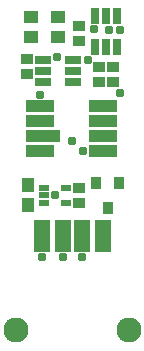
<source format=gts>
G75*
%MOIN*%
%OFA0B0*%
%FSLAX25Y25*%
%IPPOS*%
%LPD*%
%AMOC8*
5,1,8,0,0,1.08239X$1,22.5*
%
%ADD10C,0.08374*%
%ADD11R,0.09358X0.04043*%
%ADD12R,0.11524X0.04043*%
%ADD13R,0.04043X0.03256*%
%ADD14R,0.04831X0.04437*%
%ADD15R,0.02665X0.05224*%
%ADD16R,0.05500X0.10500*%
%ADD17R,0.03650X0.01878*%
%ADD18R,0.04437X0.04831*%
%ADD19R,0.05224X0.02665*%
%ADD20R,0.03650X0.04043*%
%ADD21C,0.03078*%
D10*
X0165333Y0035008D03*
X0202833Y0035008D03*
D11*
X0194365Y0094703D03*
X0194365Y0099624D03*
X0194365Y0104742D03*
X0194365Y0109663D03*
X0173302Y0109663D03*
X0173302Y0104742D03*
X0173302Y0094703D03*
D12*
X0174385Y0099624D03*
D13*
X0186333Y0082492D03*
X0186333Y0077374D03*
X0192833Y0117624D03*
X0197583Y0117624D03*
X0197583Y0122742D03*
X0192833Y0122742D03*
X0186333Y0131374D03*
X0186333Y0136492D03*
X0168833Y0125492D03*
X0168833Y0120374D03*
D14*
X0170333Y0132837D03*
X0179333Y0132837D03*
X0179333Y0139530D03*
X0170333Y0139530D03*
D15*
X0191593Y0139551D03*
X0195333Y0139551D03*
X0199073Y0139551D03*
X0199073Y0129315D03*
X0195333Y0129315D03*
X0191593Y0129315D03*
D16*
X0194333Y0066433D03*
X0187333Y0066433D03*
X0180833Y0066433D03*
X0173833Y0066433D03*
D17*
X0174593Y0077374D03*
X0174593Y0079933D03*
X0174593Y0082492D03*
X0182073Y0082492D03*
X0182073Y0077374D03*
D18*
X0169333Y0076587D03*
X0169333Y0083280D03*
D19*
X0174215Y0117693D03*
X0174215Y0121433D03*
X0174215Y0125173D03*
X0184451Y0125173D03*
X0184451Y0121433D03*
X0184451Y0117693D03*
D20*
X0192093Y0083870D03*
X0199573Y0083870D03*
X0195833Y0075602D03*
D21*
X0178333Y0079933D03*
X0187603Y0094703D03*
X0183833Y0097933D03*
X0173333Y0113433D03*
X0189184Y0125083D03*
X0178833Y0125933D03*
X0191333Y0135300D03*
X0196343Y0134943D03*
X0199833Y0134933D03*
X0199833Y0113933D03*
X0187333Y0059433D03*
X0180833Y0059433D03*
X0173833Y0059433D03*
M02*

</source>
